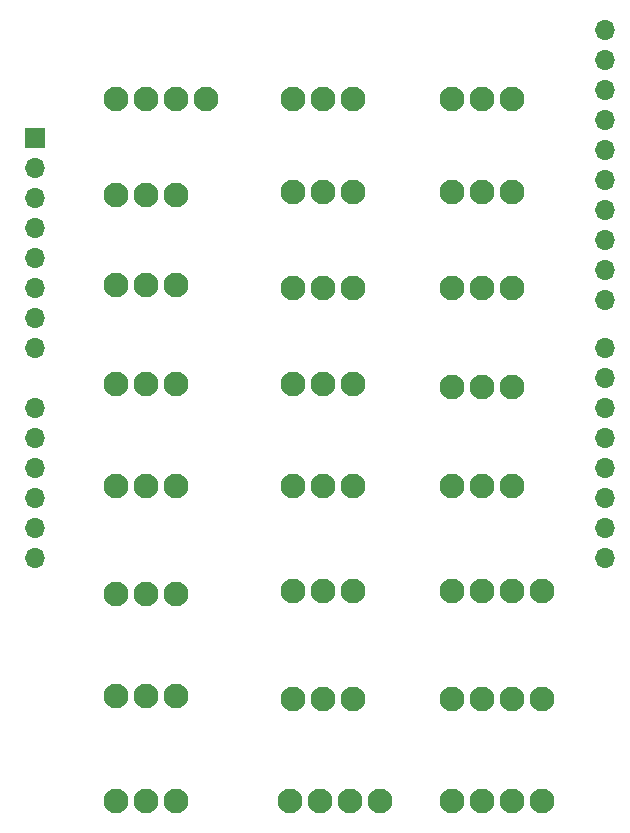
<source format=gbr>
%TF.GenerationSoftware,KiCad,Pcbnew,(5.1.9)-1*%
%TF.CreationDate,2022-11-09T15:03:56+01:00*%
%TF.ProjectId,Wemos UNO,57656d6f-7320-4554-9e4f-2e6b69636164,rev?*%
%TF.SameCoordinates,Original*%
%TF.FileFunction,Soldermask,Bot*%
%TF.FilePolarity,Negative*%
%FSLAX46Y46*%
G04 Gerber Fmt 4.6, Leading zero omitted, Abs format (unit mm)*
G04 Created by KiCad (PCBNEW (5.1.9)-1) date 2022-11-09 15:03:56*
%MOMM*%
%LPD*%
G01*
G04 APERTURE LIST*
%ADD10O,1.700000X1.700000*%
%ADD11C,2.100000*%
G04 APERTURE END LIST*
D10*
%TO.C,A1*%
X159512000Y-47756000D03*
X159512000Y-50296000D03*
G36*
G01*
X112102000Y-56096000D02*
X112102000Y-57696000D01*
G75*
G02*
X112052000Y-57746000I-50000J0D01*
G01*
X110452000Y-57746000D01*
G75*
G02*
X110402000Y-57696000I0J50000D01*
G01*
X110402000Y-56096000D01*
G75*
G02*
X110452000Y-56046000I50000J0D01*
G01*
X112052000Y-56046000D01*
G75*
G02*
X112102000Y-56096000I0J-50000D01*
G01*
G37*
X159512000Y-87376000D03*
X111252000Y-59436000D03*
X159512000Y-84836000D03*
X111252000Y-61976000D03*
X159512000Y-82296000D03*
X111252000Y-64516000D03*
X159512000Y-79756000D03*
X111252000Y-67056000D03*
X159512000Y-77216000D03*
X111252000Y-69596000D03*
X159512000Y-74676000D03*
X111252000Y-72136000D03*
X159512000Y-70616000D03*
X111252000Y-74676000D03*
X159512000Y-68076000D03*
X111252000Y-79756000D03*
X159512000Y-65536000D03*
X111252000Y-82296000D03*
X159512000Y-62996000D03*
X111252000Y-84836000D03*
X159512000Y-60456000D03*
X111252000Y-87376000D03*
X159512000Y-57916000D03*
X111252000Y-89916000D03*
X159512000Y-55376000D03*
X111252000Y-92456000D03*
X159512000Y-52836000D03*
X159512000Y-92456000D03*
X159512000Y-89916000D03*
%TD*%
D11*
%TO.C,IO02*%
X123190000Y-69342000D03*
X120650000Y-69342000D03*
X118110000Y-69342000D03*
%TD*%
%TO.C,IO26*%
X151638000Y-86360000D03*
X149098000Y-86360000D03*
X146558000Y-86360000D03*
%TD*%
%TO.C,IO25*%
X146558000Y-77978000D03*
X149098000Y-77978000D03*
X151638000Y-77978000D03*
%TD*%
%TO.C,IO17*%
X151638000Y-69596000D03*
X149098000Y-69596000D03*
X146558000Y-69596000D03*
%TD*%
%TO.C,IO16*%
X146558000Y-61468000D03*
X149098000Y-61468000D03*
X151638000Y-61468000D03*
%TD*%
%TO.C,IO27*%
X151638000Y-53594000D03*
X149098000Y-53594000D03*
X146558000Y-53594000D03*
%TD*%
%TO.C,IO14*%
X133096000Y-69596000D03*
X135636000Y-69596000D03*
X138176000Y-69596000D03*
%TD*%
%TO.C,IO12*%
X133096000Y-61468000D03*
X135636000Y-61468000D03*
X138176000Y-61468000D03*
%TD*%
%TO.C,IO13*%
X138176000Y-53594000D03*
X135636000Y-53594000D03*
X133096000Y-53594000D03*
%TD*%
%TO.C,IO05*%
X133096000Y-104394000D03*
X135636000Y-104394000D03*
X138176000Y-104394000D03*
%TD*%
%TO.C,IO23*%
X138176000Y-95250000D03*
X135636000Y-95250000D03*
X133096000Y-95250000D03*
%TD*%
%TO.C,IO19*%
X133096000Y-86360000D03*
X135636000Y-86360000D03*
X138176000Y-86360000D03*
%TD*%
%TO.C,IO18*%
X138176000Y-77724000D03*
X135636000Y-77724000D03*
X133096000Y-77724000D03*
%TD*%
%TO.C,GND*%
X146558000Y-113030000D03*
X149098000Y-113030000D03*
X151638000Y-113030000D03*
X154178000Y-113030000D03*
%TD*%
%TO.C,5V*%
X140462000Y-113030000D03*
X137922000Y-113030000D03*
X135382000Y-113030000D03*
X132842000Y-113030000D03*
%TD*%
%TO.C,3.3V*%
X146558000Y-104394000D03*
X149098000Y-104394000D03*
X151638000Y-104394000D03*
X154178000Y-104394000D03*
%TD*%
%TO.C,G RST V*%
X118110000Y-61722000D03*
X120650000Y-61722000D03*
X123190000Y-61722000D03*
%TD*%
%TO.C,IO04*%
X123190000Y-77724000D03*
X120650000Y-77724000D03*
X118110000Y-77724000D03*
%TD*%
%TO.C,IO35*%
X118110000Y-86360000D03*
X120650000Y-86360000D03*
X123190000Y-86360000D03*
%TD*%
%TO.C,IO34*%
X123190000Y-95504000D03*
X120650000Y-95504000D03*
X118110000Y-95504000D03*
%TD*%
%TO.C,IO36*%
X118110000Y-104140000D03*
X120650000Y-104140000D03*
X123190000Y-104140000D03*
%TD*%
%TO.C,IO39*%
X123190000Y-113030000D03*
X120650000Y-113030000D03*
X118110000Y-113030000D03*
%TD*%
%TO.C,G V SCL SDA*%
X118110000Y-53594000D03*
X120650000Y-53594000D03*
X123190000Y-53594000D03*
X125730000Y-53594000D03*
%TD*%
%TO.C,Rx Tx*%
X154178000Y-95250000D03*
X151638000Y-95250000D03*
X149098000Y-95250000D03*
X146558000Y-95250000D03*
%TD*%
M02*

</source>
